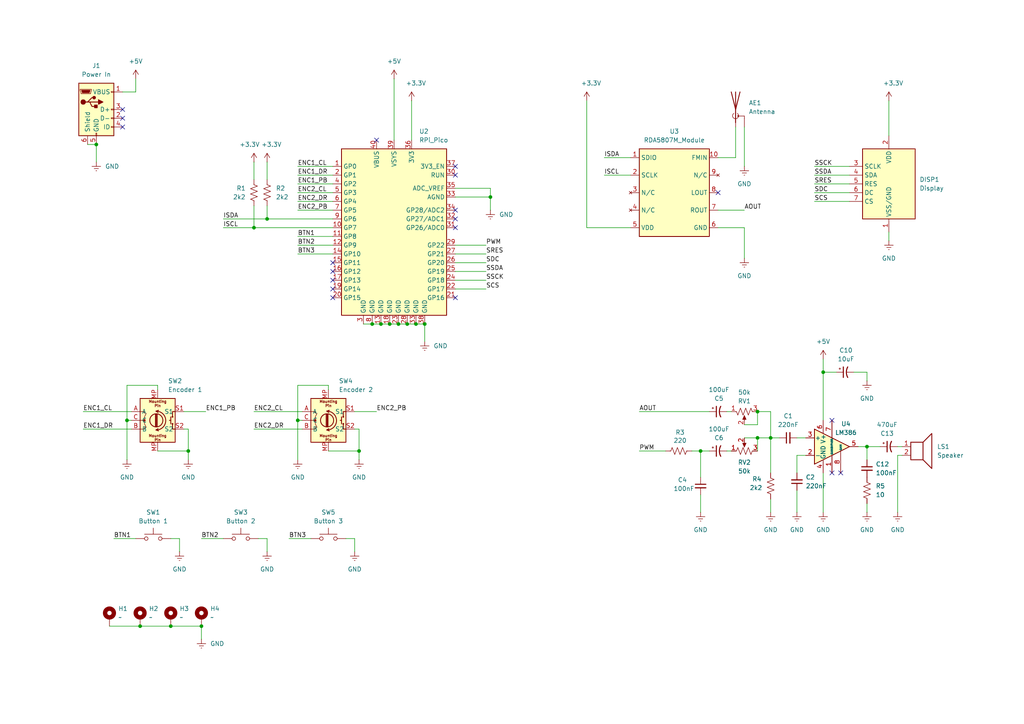
<source format=kicad_sch>
(kicad_sch (version 20231120) (generator "eeschema") (generator_version "8.0")
  (paper "A4")
  (lib_symbols
    (symbol "Amplifier_Audio:LM386" (pin_names (offset 0.127))
      (property "Reference" "U" (at 1.27 7.62 0))
      (property "Value" "LM386" (at 1.27 5.08 0))
      (symbol "LM386_0_1"
        (polyline (pts (xy 5.08 0) (xy -5.08 5.08) (xy -5.08 -5.08) (xy 5.08 0)) (stroke (width 0.254)) (fill (type background)))
      )
      (symbol "LM386_1_1"
        (pin input line (at 0 -7.62 90) (length 5.08) (name "GAIN") (number "1"))
        (pin input line (at -7.62 -2.54 0) (length 2.54) (name "-") (number "2"))
        (pin input line (at -7.62 2.54 0) (length 2.54) (name "+") (number "3"))
        (pin power_in line (at -2.54 -7.62 90) (length 3.81) (name "GND") (number "4"))
        (pin output line (at 7.62 0 180) (length 2.54) (name "~") (number "5"))
        (pin power_in line (at -2.54 7.62 270) (length 3.81) (name "V+") (number "6"))
        (pin input line (at 0 7.62 270) (length 5.08) (name "BYPASS") (number "7"))
        (pin input line (at 2.54 -7.62 90) (length 6.35) (name "GAIN") (number "8"))
      )
    )
    (symbol "Connector:USB_B_Micro" (pin_names (offset 1.016))
      (property "Reference" "J" (at -5.08 11.43 0))
      (property "Value" "USB_B_Micro" (at -5.08 8.89 0))
      (symbol "USB_B_Micro_0_1"
        (rectangle (start -5.08 -7.62) (end 5.08 7.62) (stroke (width 0.254)) (fill (type background)))
        (circle (center -3.81 2.159) (radius 0.635) (stroke (width 0.254)) (fill (type outline)))
        (circle (center -0.635 3.429) (radius 0.381) (stroke (width 0.254)) (fill (type outline)))
        (rectangle (start -0.127 -7.62) (end 0.127 -6.858))
        (polyline (pts (xy -1.905 2.159) (xy 0.635 2.159)) (stroke (width 0.254)))
        (polyline (pts (xy -3.175 2.159) (xy -2.54 2.159) (xy -1.27 3.429) (xy -0.635 3.429)) (stroke (width 0.254)))
        (polyline (pts (xy -2.54 2.159) (xy -1.905 2.159) (xy -1.27 0.889) (xy 0 0.889)) (stroke (width 0.254)))
        (polyline (pts (xy 0.635 2.794) (xy 0.635 1.524) (xy 1.905 2.159) (xy 0.635 2.794)) (stroke (width 0.254)) (fill (type outline)))
        (polyline (pts (xy -4.318 5.588) (xy -1.778 5.588) (xy -2.032 4.826) (xy -4.064 4.826) (xy -4.318 5.588)) (fill (type outline)))
        (polyline (pts (xy -4.699 5.842) (xy -4.699 5.588) (xy -4.445 4.826) (xy -4.445 4.572) (xy -1.651 4.572) (xy -1.651 4.826) (xy -1.397 5.588) (xy -1.397 5.842) (xy -4.699 5.842)))
        (rectangle (start 0.254 1.27) (end -0.508 0.508) (stroke (width 0.254)) (fill (type outline)))
        (rectangle (start 5.08 -5.207) (end 4.318 -4.953))
        (rectangle (start 5.08 -2.667) (end 4.318 -2.413))
        (rectangle (start 5.08 -0.127) (end 4.318 0.127))
        (rectangle (start 5.08 4.953) (end 4.318 5.207))
      )
      (symbol "USB_B_Micro_1_1"
        (pin power_out line (at 7.62 5.08 180) (length 2.54) (name "VBUS") (number "1"))
        (pin bidirectional line (at 7.62 -2.54 180) (length 2.54) (name "D-") (number "2"))
        (pin bidirectional line (at 7.62 0 180) (length 2.54) (name "D+") (number "3"))
        (pin passive line (at 7.62 -5.08 180) (length 2.54) (name "ID") (number "4"))
        (pin power_out line (at 0 -10.16 90) (length 2.54) (name "GND") (number "5"))
        (pin passive line (at -2.54 -10.16 90) (length 2.54) (name "Shield") (number "6"))
      )
    )
    (symbol "Device:Antenna_Shield" (pin_numbers hide) (pin_names (offset 1.016) hide)
      (property "Reference" "AE" (at -1.905 4.445 0))
      (property "Value" "Antenna_Shield" (at -1.905 2.54 0))
      (symbol "Antenna_Shield_0_1"
        (arc (start -0.508 -1.143) (mid -0.8429 -2.1194) (end 0 -2.667))
        (arc (start 0 -2.667) (mid 0.7989 -2.1052) (end 0.508 -1.143))
        (polyline (pts (xy 0 -2.54) (xy 0 0)))
        (polyline (pts (xy 0 5.08) (xy 0 -3.81)) (stroke (width 0.254)))
        (polyline (pts (xy 0.762 -1.905) (xy 2.54 -1.905)))
        (polyline (pts (xy 2.54 -2.54) (xy 2.54 -1.905)))
        (polyline (pts (xy 1.27 5.08) (xy 0 0) (xy -1.27 5.08)) (stroke (width 0.254)))
        (circle (center 0.762 -1.905) (radius 0.1778) (fill (type outline)))
      )
      (symbol "Antenna_Shield_1_1"
        (pin input line (at 0 -5.08 90) (length 2.54) (name "A") (number "1"))
        (pin input line (at 2.54 -5.08 90) (length 2.54) (name "Shield") (number "2"))
      )
    )
    (symbol "Device:C_Polarized_Small_US" (pin_numbers hide) (pin_names (offset 0.254) hide)
      (property "Reference" "C" (at 0.254 1.778 0))
      (property "Value" "C_Polarized_Small_US" (at 0.254 -2.032 0))
      (symbol "C_Polarized_Small_US_0_1"
        (polyline (pts (xy -1.524 0.508) (xy 1.524 0.508)) (stroke (width 0.3048)))
        (polyline (pts (xy -1.27 1.524) (xy -0.762 1.524)))
        (polyline (pts (xy -1.016 1.27) (xy -1.016 1.778)))
        (arc (start 1.524 -0.762) (mid 0 -0.3734) (end -1.524 -0.762) (stroke (width 0.3048)))
      )
      (symbol "C_Polarized_Small_US_1_1"
        (pin passive line (at 0 2.54 270) (length 2.032) (name "~") (number "1"))
        (pin passive line (at 0 -2.54 90) (length 2.032) (name "~") (number "2"))
      )
    )
    (symbol "Device:C_Small" (pin_numbers hide) (pin_names (offset 0.254) hide)
      (property "Reference" "C" (at 0.254 1.778 0))
      (property "Value" "C_Small" (at 0.254 -2.032 0))
      (symbol "C_Small_0_1"
        (polyline (pts (xy -1.524 -0.508) (xy 1.524 -0.508)) (stroke (width 0.3302)))
        (polyline (pts (xy -1.524 0.508) (xy 1.524 0.508)) (stroke (width 0.3048)))
      )
      (symbol "C_Small_1_1"
        (pin passive line (at 0 2.54 270) (length 2.032) (name "~") (number "1"))
        (pin passive line (at 0 -2.54 90) (length 2.032) (name "~") (number "2"))
      )
    )
    (symbol "Device:R_Potentiometer_US" (pin_names (offset 1.016) hide)
      (property "Reference" "RV" (at -4.445 0 90))
      (property "Value" "R_Potentiometer_US" (at -2.54 0 90))
      (symbol "R_Potentiometer_US_0_1"
        (polyline (pts (xy 0 -2.286) (xy 0 -2.54)))
        (polyline (pts (xy 0 2.54) (xy 0 2.286)))
        (polyline (pts (xy 2.54 0) (xy 1.524 0)))
        (polyline (pts (xy 1.143 0) (xy 2.286 0.508) (xy 2.286 -0.508) (xy 1.143 0)) (fill (type outline)))
        (polyline (pts (xy 0 -0.762) (xy 1.016 -1.143) (xy 0 -1.524) (xy -1.016 -1.905) (xy 0 -2.286)))
        (polyline (pts (xy 0 0.762) (xy 1.016 0.381) (xy 0 0) (xy -1.016 -0.381) (xy 0 -0.762)))
        (polyline (pts (xy 0 2.286) (xy 1.016 1.905) (xy 0 1.524) (xy -1.016 1.143) (xy 0 0.762)))
      )
      (symbol "R_Potentiometer_US_1_1"
        (pin passive line (at 0 3.81 270) (length 1.27) (name "1") (number "1"))
        (pin passive line (at 3.81 0 180) (length 1.27) (name "2") (number "2"))
        (pin passive line (at 0 -3.81 90) (length 1.27) (name "3") (number "3"))
      )
    )
    (symbol "Device:R_US" (pin_numbers hide) (pin_names (offset 0))
      (property "Reference" "R" (at 2.54 0 90))
      (property "Value" "R_US" (at -2.54 0 90))
      (symbol "R_US_0_1"
        (polyline (pts (xy 0 -2.286) (xy 0 -2.54)))
        (polyline (pts (xy 0 2.286) (xy 0 2.54)))
        (polyline (pts (xy 0 -0.762) (xy 1.016 -1.143) (xy 0 -1.524) (xy -1.016 -1.905) (xy 0 -2.286)))
        (polyline (pts (xy 0 0.762) (xy 1.016 0.381) (xy 0 0) (xy -1.016 -0.381) (xy 0 -0.762)))
        (polyline (pts (xy 0 2.286) (xy 1.016 1.905) (xy 0 1.524) (xy -1.016 1.143) (xy 0 0.762)))
      )
      (symbol "R_US_1_1"
        (pin passive line (at 0 3.81 270) (length 1.27) (name "~") (number "1"))
        (pin passive line (at 0 -3.81 90) (length 1.27) (name "~") (number "2"))
      )
    )
    (symbol "Device:Speaker" (pin_names (offset 0) hide)
      (property "Reference" "LS" (at 1.27 5.715 0))
      (property "Value" "Speaker" (at 1.27 3.81 0))
      (symbol "Speaker_0_0"
        (rectangle (start -2.54 1.27) (end 1.016 -3.81) (stroke (width 0.254)))
        (polyline (pts (xy 1.016 1.27) (xy 3.556 3.81) (xy 3.556 -6.35) (xy 1.016 -3.81)) (stroke (width 0.254)))
      )
      (symbol "Speaker_1_1"
        (pin input line (at -5.08 0 0) (length 2.54) (name "1") (number "1"))
        (pin input line (at -5.08 -2.54 0) (length 2.54) (name "2") (number "2"))
      )
    )
    (symbol "ECE:Bourns PEC11R"
      (property "Reference" "SW?" (at 7.62 7.62 0))
      (property "Value" "Bourns PEC11R" (at 7.62 5.08 0))
      (symbol "Bourns PEC11R_0_0"
        (text "Mounting\nPin" (at -4.8504 0.0079 900) (effects (font (size 0.762 0.762))))
        (text "Mounting\nPin" (at 5.08 0 900) (effects (font (size 0.762 0.762))))
      )
      (symbol "Bourns PEC11R_0_1"
        (rectangle (start -6.35 5.08) (end 6.35 -5.08) (stroke (width 0.254)) (fill (type background)))
        (circle (center -1.016 4.318) (radius 0.127) (stroke (width 0.254)))
        (circle (center 0 -3.81) (radius 0.254) (fill (type outline)))
        (circle (center 0 -0.381) (radius 1.905) (stroke (width 0.254)))
        (polyline (pts (xy -1.778 -0.127) (xy 1.778 -0.127)) (stroke (width 0.254)))
        (polyline (pts (xy -1.016 3.81) (xy 1.016 3.81)) (stroke (width 0.254)))
        (polyline (pts (xy 0 3.81) (xy 0 3.429)) (stroke (width 0.254)))
        (polyline (pts (xy 1.778 -0.635) (xy -1.778 -0.635)) (stroke (width 0.254)))
        (polyline (pts (xy 1.778 -0.381) (xy -1.778 -0.381)) (stroke (width 0.254)))
        (polyline (pts (xy -2.921 0.254) (xy -2.667 -0.508) (xy -2.286 0.127)) (stroke (width 0.254)))
        (polyline (pts (xy -2.54 -5.08) (xy -2.54 -3.81) (xy -2.032 -3.81)))
        (polyline (pts (xy -2.54 5.08) (xy -2.54 4.318) (xy -1.016 4.318)) (stroke (width 0.254)))
        (polyline (pts (xy 2.54 -5.08) (xy 2.54 -3.81) (xy 2.032 -3.81)))
        (polyline (pts (xy 2.54 5.08) (xy 2.54 4.318) (xy 1.016 4.318)) (stroke (width 0.254)))
        (polyline (pts (xy 3.048 0.254) (xy 2.794 -0.508) (xy 2.413 0.127)) (stroke (width 0.254)))
        (polyline (pts (xy 0 -5.08) (xy 0 -3.81) (xy 1.016 -3.81) (xy 2.032 -3.302)))
        (polyline (pts (xy 0 -4.318) (xy 0 -3.81) (xy -1.016 -3.81) (xy -2.032 -3.302)))
        (circle (center 1.016 4.318) (radius 0.127) (stroke (width 0.254)))
        (arc (start 2.794 -0.381) (mid 0.0635 2.3376) (end -2.667 -0.381) (stroke (width 0.254)))
      )
      (symbol "Bourns PEC11R_1_1"
        (pin passive line (at -2.54 -7.62 90) (length 2.54) (name "A") (number "A"))
        (pin passive line (at 2.54 -7.62 90) (length 2.54) (name "B") (number "B"))
        (pin passive line (at 0 -7.62 90) (length 2.54) (name "C") (number "C"))
        (pin passive line (at -8.89 0 0) (length 2.54) (name "") (number "MP"))
        (pin passive line (at 8.89 0 180) (length 2.54) (name "") (number "MP"))
        (pin passive line (at -2.54 7.62 270) (length 2.54) (name "S1") (number "S1"))
        (pin passive line (at 2.54 7.62 270) (length 2.54) (name "S2") (number "S2"))
      )
    )
    (symbol "ECE:OLED Display"
      (property "Reference" "DISP?" (at 8.89 -1.27 0))
      (property "Value" "OLED Display" (at 8.89 1.27 0))
      (symbol "OLED Display_1_1"
        (rectangle (start -7.62 10.16) (end 7.62 -10.16) (stroke (width 0.254)) (fill (type background)))
        (pin power_in line (at 0 -13.97 90) (length 3.81) (name "VSS/GND") (number "1"))
        (pin power_in line (at 0 13.97 270) (length 3.81) (name "VDD") (number "2"))
        (pin input line (at -11.43 5.08 0) (length 3.81) (name "SCLK") (number "3"))
        (pin output line (at -11.43 2.54 0) (length 3.81) (name "SDA") (number "4"))
        (pin input line (at -11.43 0 0) (length 3.81) (name "RES") (number "5"))
        (pin input line (at -11.43 -2.54 0) (length 3.81) (name "DC") (number "6"))
        (pin input line (at -11.43 -5.08 0) (length 3.81) (name "CS") (number "7"))
      )
    )
    (symbol "ECE:RDA5807M_Module"
      (property "Reference" "U" (at -8.89 16.51 0))
      (property "Value" "RDA5807M_Module" (at -8.89 13.97 0))
      (symbol "RDA5807M_Module_0_1"
        (rectangle (start -10.16 12.7) (end 10.16 -12.7) (stroke (width 0.254)) (fill (type background)))
      )
      (symbol "RDA5807M_Module_1_1"
        (pin bidirectional line (at -12.7 10.16 0) (length 2.54) (name "SDIO") (number "1"))
        (pin input line (at 12.7 10.16 180) (length 2.54) (name "FMIN") (number "10"))
        (pin input line (at -12.7 5.08 0) (length 2.54) (name "SCLK") (number "2"))
        (pin no_connect line (at -12.7 0 0) (length 2.54) (name "N/C") (number "3"))
        (pin no_connect line (at -12.7 -5.08 0) (length 2.54) (name "N/C") (number "4"))
        (pin power_in line (at -12.7 -10.16 0) (length 2.54) (name "VDD") (number "5"))
        (pin power_in line (at 12.7 -10.16 180) (length 2.54) (name "GND") (number "6"))
        (pin output line (at 12.7 -5.08 180) (length 2.54) (name "ROUT") (number "7"))
        (pin output line (at 12.7 0 180) (length 2.54) (name "LOUT") (number "8"))
        (pin no_connect line (at 12.7 5.08 180) (length 2.54) (name "N/C") (number "9"))
      )
    )
    (symbol "ECE:RPi_Pico_TH"
      (property "Reference" "U?" (at 0 1.27 0))
      (property "Value" "RPi_Pico_TH" (at 0 -1.27 0))
      (symbol "RPi_Pico_TH_0_1"
        (rectangle (start -15.24 24.13) (end 15.24 -24.13) (stroke (width 0.254)) (fill (type background)))
      )
      (symbol "RPi_Pico_TH_1_1"
        (pin bidirectional line (at -17.78 19.05 0) (length 2.54) (name "GP0") (number "1"))
        (pin bidirectional line (at -17.78 1.27 0) (length 2.54) (name "GP7") (number "10"))
        (pin bidirectional line (at -17.78 -1.27 0) (length 2.54) (name "GP8") (number "11"))
        (pin bidirectional line (at -17.78 -3.81 0) (length 2.54) (name "GP9") (number "12"))
        (pin power_in line (at -3.81 -26.67 90) (length 2.54) (name "GND") (number "13"))
        (pin bidirectional line (at -17.78 -6.35 0) (length 2.54) (name "GP10") (number "14"))
        (pin bidirectional line (at -17.78 -8.89 0) (length 2.54) (name "GP11") (number "15"))
        (pin bidirectional line (at -17.78 -11.43 0) (length 2.54) (name "GP12") (number "16"))
        (pin bidirectional line (at -17.78 -13.97 0) (length 2.54) (name "GP13") (number "17"))
        (pin power_in line (at -1.27 -26.67 90) (length 2.54) (name "GND") (number "18"))
        (pin bidirectional line (at -17.78 -16.51 0) (length 2.54) (name "GP14") (number "19"))
        (pin bidirectional line (at -17.78 16.51 0) (length 2.54) (name "GP1") (number "2"))
        (pin bidirectional line (at -17.78 -19.05 0) (length 2.54) (name "GP15") (number "20"))
        (pin bidirectional line (at 17.78 -19.05 180) (length 2.54) (name "GP16") (number "21"))
        (pin bidirectional line (at 17.78 -16.51 180) (length 2.54) (name "GP17") (number "22"))
        (pin power_in line (at 1.27 -26.67 90) (length 2.54) (name "GND") (number "23"))
        (pin bidirectional line (at 17.78 -13.97 180) (length 2.54) (name "GP18") (number "24"))
        (pin bidirectional line (at 17.78 -11.43 180) (length 2.54) (name "GP19") (number "25"))
        (pin bidirectional line (at 17.78 -8.89 180) (length 2.54) (name "GP20") (number "26"))
        (pin bidirectional line (at 17.78 -6.35 180) (length 2.54) (name "GP21") (number "27"))
        (pin power_in line (at 3.81 -26.67 90) (length 2.54) (name "GND") (number "28"))
        (pin bidirectional line (at 17.78 -3.81 180) (length 2.54) (name "GP22") (number "29"))
        (pin power_in line (at -8.89 -26.67 90) (length 2.54) (name "GND") (number "3"))
        (pin input line (at 17.78 16.51 180) (length 2.54) (name "RUN") (number "30"))
        (pin bidirectional line (at 17.78 1.27 180) (length 2.54) (name "GP26/ADC0") (number "31"))
        (pin bidirectional line (at 17.78 3.81 180) (length 2.54) (name "GP27/ADC1") (number "32"))
        (pin power_in line (at 17.78 10.16 180) (length 2.54) (name "AGND") (number "33"))
        (pin power_in line (at 6.35 -26.67 90) (length 2.54) (name "GND") (number "33"))
        (pin bidirectional line (at 17.78 6.35 180) (length 2.54) (name "GP28/ADC2") (number "34"))
        (pin power_in line (at 17.78 12.7 180) (length 2.54) (name "ADC_VREF") (number "35"))
        (pin power_out line (at 5.08 26.67 270) (length 2.54) (name "3V3") (number "36"))
        (pin input line (at 17.78 19.05 180) (length 2.54) (name "3V3_EN") (number "37"))
        (pin power_in line (at 8.89 -26.67 90) (length 2.54) (name "GND") (number "38"))
        (pin power_out line (at 0 26.67 270) (length 2.54) (name "VSYS") (number "39"))
        (pin bidirectional line (at -17.78 13.97 0) (length 2.54) (name "GP2") (number "4"))
        (pin power_in line (at -5.08 26.67 270) (length 2.54) (name "VBUS") (number "40"))
        (pin bidirectional line (at -17.78 11.43 0) (length 2.54) (name "GP3") (number "5"))
        (pin bidirectional line (at -17.78 8.89 0) (length 2.54) (name "GP4") (number "6"))
        (pin bidirectional line (at -17.78 6.35 0) (length 2.54) (name "GP5") (number "7"))
        (pin power_in line (at -6.35 -26.67 90) (length 2.54) (name "GND") (number "8"))
        (pin bidirectional line (at -17.78 3.81 0) (length 2.54) (name "GP6") (number "9"))
      )
    )
    (symbol "Mechanical:MountingHole_Pad" (pin_numbers hide) (pin_names (offset 1.016) hide) (exclude_from_sim yes) (in_bom no)
      (property "Reference" "H" (at 0 6.35 0))
      (property "Value" "MountingHole_Pad" (at 0 4.445 0))
      (symbol "MountingHole_Pad_0_1"
        (circle (center 0 1.27) (radius 1.27) (stroke (width 1.27)))
      )
      (symbol "MountingHole_Pad_1_1"
        (pin input line (at 0 -2.54 90) (length 2.54) (name "1") (number "1"))
      )
    )
    (symbol "Switch:SW_Push" (pin_numbers hide) (pin_names (offset 1.016) hide)
      (property "Reference" "SW" (at 1.27 2.54 0))
      (property "Value" "SW_Push" (at 0 -1.524 0))
      (symbol "SW_Push_0_1"
        (circle (center -2.032 0) (radius 0.508))
        (polyline (pts (xy 0 1.27) (xy 0 3.048)))
        (polyline (pts (xy 2.54 1.27) (xy -2.54 1.27)))
        (circle (center 2.032 0) (radius 0.508))
        (pin passive line (at -5.08 0 0) (length 2.54) (name "1") (number "1"))
        (pin passive line (at 5.08 0 180) (length 2.54) (name "2") (number "2"))
      )
    )
    (symbol "power:+3.3V" (power) (pin_numbers hide) (pin_names (offset 0) hide)
      (property "Value" "+3.3V" (at 0 3.556 0))
      (symbol "+3.3V_0_1"
        (polyline (pts (xy -0.762 1.27) (xy 0 2.54)))
        (polyline (pts (xy 0 0) (xy 0 2.54)))
        (polyline (pts (xy 0 2.54) (xy 0.762 1.27)))
      )
      (symbol "+3.3V_1_1"
        (pin power_in line (at 0 0 90) (length 0) (name "~") (number "1"))
      )
    )
    (symbol "power:+5V" (power) (pin_numbers hide) (pin_names (offset 0) hide)
      (property "Value" "+5V" (at 0 3.556 0))
      (symbol "+5V_0_1"
        (polyline (pts (xy -0.762 1.27) (xy 0 2.54)))
        (polyline (pts (xy 0 0) (xy 0 2.54)))
        (polyline (pts (xy 0 2.54) (xy 0.762 1.27)))
      )
      (symbol "+5V_1_1"
        (pin power_in line (at 0 0 90) (length 0) (name "~") (number "1"))
      )
    )
    (symbol "power:Earth" (power) (pin_numbers hide) (pin_names (offset 0) hide)
      (property "Value" "Earth" (at 0 -3.81 0))
      (symbol "Earth_0_1"
        (polyline (pts (xy -0.635 -1.905) (xy 0.635 -1.905)))
        (polyline (pts (xy -0.127 -2.54) (xy 0.127 -2.54)))
        (polyline (pts (xy 0 -1.27) (xy 0 0)))
        (polyline (pts (xy 1.27 -1.27) (xy -1.27 -1.27)))
      )
      (symbol "Earth_1_1"
        (pin power_in line (at 0 0 270) (length 0) (name "~") (number "1"))
      )
    )
  )
  (junction (at 54.61 130.81))
  (junction (at 86.36 121.92))
  (junction (at 36.83 121.92))
  (junction (at 49.53 181.61))
  (junction (at 113.03 93.98))
  (junction (at 123.19 93.98))
  (junction (at 107.95 93.98))
  (junction (at 73.66 66.04))
  (junction (at 27.94 41.91))
  (junction (at 142.24 57.15))
  (junction (at 115.57 93.98))
  (junction (at 223.52 127))
  (junction (at 251.46 129.54))
  (junction (at 203.2 130.81))
  (junction (at 118.11 93.98))
  (junction (at 219.71 127))
  (junction (at 104.14 130.81))
  (junction (at 110.49 93.98))
  (junction (at 219.71 119.38))
  (junction (at 77.47 63.5))
  (junction (at 58.42 181.61))
  (junction (at 238.76 107.95))
  (junction (at 120.65 93.98))
  (junction (at 40.64 181.61))
  (no_connect (at 132.08 86.36))
  (no_connect (at 241.3 121.92))
  (no_connect (at 96.52 86.36))
  (no_connect (at 96.52 81.28))
  (no_connect (at 243.84 137.16))
  (no_connect (at 96.52 83.82))
  (no_connect (at 35.56 34.29))
  (no_connect (at 132.08 60.96))
  (no_connect (at 208.28 55.88))
  (no_connect (at 35.56 31.75))
  (no_connect (at 109.22 40.64))
  (no_connect (at 96.52 76.2))
  (no_connect (at 96.52 78.74))
  (no_connect (at 241.3 137.16))
  (no_connect (at 132.08 50.8))
  (no_connect (at 132.08 63.5))
  (no_connect (at 35.56 36.83))
  (no_connect (at 132.08 48.26))
  (no_connect (at 132.08 66.04))
  (wire (pts (xy 142.24 57.15) (xy 142.24 60.96)))
  (wire (pts (xy 203.2 130.81) (xy 203.2 138.43)))
  (wire (pts (xy 86.36 121.92) (xy 87.63 121.92)))
  (wire (pts (xy 86.36 133.35) (xy 86.36 121.92)))
  (wire (pts (xy 231.14 127) (xy 233.68 127)))
  (wire (pts (xy 36.83 133.35) (xy 36.83 121.92)))
  (wire (pts (xy 104.14 130.81) (xy 95.25 130.81)))
  (wire (pts (xy 233.68 132.08) (xy 231.14 132.08)))
  (wire (pts (xy 251.46 107.95) (xy 251.46 110.49)))
  (wire (pts (xy 119.38 29.21) (xy 119.38 40.64)))
  (wire (pts (xy 31.75 181.61) (xy 40.64 181.61)))
  (wire (pts (xy 208.28 60.96) (xy 215.9 60.96)))
  (wire (pts (xy 260.35 132.08) (xy 261.62 132.08)))
  (wire (pts (xy 53.34 124.46) (xy 54.61 124.46)))
  (wire (pts (xy 175.26 50.8) (xy 182.88 50.8)))
  (wire (pts (xy 236.22 53.34) (xy 246.38 53.34)))
  (wire (pts (xy 39.37 22.86) (xy 39.37 26.67)))
  (wire (pts (xy 247.65 107.95) (xy 251.46 107.95)))
  (wire (pts (xy 25.4 41.91) (xy 27.94 41.91)))
  (wire (pts (xy 257.81 29.21) (xy 257.81 39.37)))
  (wire (pts (xy 231.14 142.24) (xy 231.14 148.59)))
  (wire (pts (xy 24.13 119.38) (xy 38.1 119.38)))
  (wire (pts (xy 95.25 111.76) (xy 95.25 113.03)))
  (wire (pts (xy 203.2 130.81) (xy 205.74 130.81)))
  (wire (pts (xy 36.83 121.92) (xy 36.83 111.76)))
  (wire (pts (xy 86.36 73.66) (xy 96.52 73.66)))
  (wire (pts (xy 102.87 119.38) (xy 109.22 119.38)))
  (wire (pts (xy 114.3 22.86) (xy 114.3 40.64)))
  (wire (pts (xy 208.28 66.04) (xy 215.9 66.04)))
  (wire (pts (xy 102.87 156.21) (xy 102.87 160.02)))
  (wire (pts (xy 185.42 119.38) (xy 205.74 119.38)))
  (wire (pts (xy 203.2 143.51) (xy 203.2 148.59)))
  (wire (pts (xy 45.72 111.76) (xy 45.72 113.03)))
  (wire (pts (xy 52.07 156.21) (xy 52.07 160.02)))
  (wire (pts (xy 208.28 45.72) (xy 213.36 45.72)))
  (wire (pts (xy 86.36 71.12) (xy 96.52 71.12)))
  (wire (pts (xy 238.76 137.16) (xy 238.76 148.59)))
  (wire (pts (xy 231.14 132.08) (xy 231.14 137.16)))
  (wire (pts (xy 236.22 50.8) (xy 246.38 50.8)))
  (wire (pts (xy 170.18 66.04) (xy 182.88 66.04)))
  (wire (pts (xy 170.18 29.21) (xy 170.18 66.04)))
  (wire (pts (xy 86.36 55.88) (xy 96.52 55.88)))
  (wire (pts (xy 223.52 127) (xy 223.52 137.16)))
  (wire (pts (xy 102.87 124.46) (xy 104.14 124.46)))
  (wire (pts (xy 86.36 111.76) (xy 95.25 111.76)))
  (wire (pts (xy 24.13 124.46) (xy 38.1 124.46)))
  (wire (pts (xy 123.19 93.98) (xy 123.19 99.06)))
  (wire (pts (xy 132.08 57.15) (xy 142.24 57.15)))
  (wire (pts (xy 74.93 156.21) (xy 77.47 156.21)))
  (wire (pts (xy 132.08 76.2) (xy 140.97 76.2)))
  (wire (pts (xy 58.42 156.21) (xy 64.77 156.21)))
  (wire (pts (xy 236.22 55.88) (xy 246.38 55.88)))
  (wire (pts (xy 77.47 63.5) (xy 64.77 63.5)))
  (wire (pts (xy 219.71 127) (xy 223.52 127)))
  (wire (pts (xy 223.52 144.78) (xy 223.52 148.59)))
  (wire (pts (xy 49.53 181.61) (xy 58.42 181.61)))
  (wire (pts (xy 132.08 81.28) (xy 140.97 81.28)))
  (wire (pts (xy 54.61 124.46) (xy 54.61 130.81)))
  (wire (pts (xy 238.76 107.95) (xy 242.57 107.95)))
  (wire (pts (xy 53.34 119.38) (xy 59.69 119.38)))
  (wire (pts (xy 83.82 156.21) (xy 90.17 156.21)))
  (wire (pts (xy 86.36 58.42) (xy 96.52 58.42)))
  (wire (pts (xy 73.66 46.99) (xy 73.66 52.07)))
  (wire (pts (xy 175.26 45.72) (xy 182.88 45.72)))
  (wire (pts (xy 115.57 93.98) (xy 113.03 93.98)))
  (wire (pts (xy 49.53 156.21) (xy 52.07 156.21)))
  (wire (pts (xy 58.42 181.61) (xy 58.42 185.42)))
  (wire (pts (xy 120.65 93.98) (xy 123.19 93.98)))
  (wire (pts (xy 115.57 93.98) (xy 118.11 93.98)))
  (wire (pts (xy 185.42 130.81) (xy 193.04 130.81)))
  (wire (pts (xy 219.71 119.38) (xy 223.52 119.38)))
  (wire (pts (xy 223.52 119.38) (xy 223.52 127)))
  (wire (pts (xy 54.61 130.81) (xy 45.72 130.81)))
  (wire (pts (xy 238.76 107.95) (xy 238.76 121.92)))
  (wire (pts (xy 236.22 58.42) (xy 246.38 58.42)))
  (wire (pts (xy 86.36 68.58) (xy 96.52 68.58)))
  (wire (pts (xy 200.66 130.81) (xy 203.2 130.81)))
  (wire (pts (xy 107.95 93.98) (xy 110.49 93.98)))
  (wire (pts (xy 219.71 123.19) (xy 219.71 119.38)))
  (wire (pts (xy 36.83 121.92) (xy 38.1 121.92)))
  (wire (pts (xy 77.47 156.21) (xy 77.47 160.02)))
  (wire (pts (xy 73.66 66.04) (xy 96.52 66.04)))
  (wire (pts (xy 213.36 45.72) (xy 213.36 36.83)))
  (wire (pts (xy 142.24 57.15) (xy 142.24 54.61)))
  (wire (pts (xy 73.66 59.69) (xy 73.66 66.04)))
  (wire (pts (xy 238.76 104.14) (xy 238.76 107.95)))
  (wire (pts (xy 210.82 119.38) (xy 212.09 119.38)))
  (wire (pts (xy 132.08 54.61) (xy 142.24 54.61)))
  (wire (pts (xy 77.47 46.99) (xy 77.47 52.07)))
  (wire (pts (xy 132.08 83.82) (xy 140.97 83.82)))
  (wire (pts (xy 215.9 66.04) (xy 215.9 74.93)))
  (wire (pts (xy 251.46 129.54) (xy 255.27 129.54)))
  (wire (pts (xy 251.46 146.05) (xy 251.46 148.59)))
  (wire (pts (xy 86.36 121.92) (xy 86.36 111.76)))
  (wire (pts (xy 100.33 156.21) (xy 102.87 156.21)))
  (wire (pts (xy 215.9 36.83) (xy 215.9 48.26)))
  (wire (pts (xy 132.08 73.66) (xy 140.97 73.66)))
  (wire (pts (xy 104.14 124.46) (xy 104.14 130.81)))
  (wire (pts (xy 73.66 119.38) (xy 87.63 119.38)))
  (wire (pts (xy 33.02 156.21) (xy 39.37 156.21)))
  (wire (pts (xy 77.47 59.69) (xy 77.47 63.5)))
  (wire (pts (xy 260.35 148.59) (xy 260.35 132.08)))
  (wire (pts (xy 248.92 129.54) (xy 251.46 129.54)))
  (wire (pts (xy 86.36 60.96) (xy 96.52 60.96)))
  (wire (pts (xy 27.94 41.91) (xy 27.94 46.99)))
  (wire (pts (xy 118.11 93.98) (xy 120.65 93.98)))
  (wire (pts (xy 86.36 53.34) (xy 96.52 53.34)))
  (wire (pts (xy 132.08 78.74) (xy 140.97 78.74)))
  (wire (pts (xy 40.64 181.61) (xy 49.53 181.61)))
  (wire (pts (xy 219.71 127) (xy 219.71 130.81)))
  (wire (pts (xy 73.66 66.04) (xy 64.77 66.04)))
  (wire (pts (xy 210.82 130.81) (xy 212.09 130.81)))
  (wire (pts (xy 35.56 26.67) (xy 39.37 26.67)))
  (wire (pts (xy 257.81 67.31) (xy 257.81 69.85)))
  (wire (pts (xy 236.22 48.26) (xy 246.38 48.26)))
  (wire (pts (xy 215.9 127) (xy 219.71 127)))
  (wire (pts (xy 73.66 124.46) (xy 87.63 124.46)))
  (wire (pts (xy 86.36 50.8) (xy 96.52 50.8)))
  (wire (pts (xy 104.14 130.81) (xy 104.14 133.35)))
  (wire (pts (xy 54.61 130.81) (xy 54.61 133.35)))
  (wire (pts (xy 251.46 129.54) (xy 251.46 133.35)))
  (wire (pts (xy 105.41 93.98) (xy 107.95 93.98)))
  (wire (pts (xy 260.35 129.54) (xy 261.62 129.54)))
  (wire (pts (xy 86.36 48.26) (xy 96.52 48.26)))
  (wire (pts (xy 77.47 63.5) (xy 96.52 63.5)))
  (wire (pts (xy 36.83 111.76) (xy 45.72 111.76)))
  (wire (pts (xy 110.49 93.98) (xy 113.03 93.98)))
  (wire (pts (xy 223.52 127) (xy 226.06 127)))
  (wire (pts (xy 215.9 123.19) (xy 219.71 123.19)))
  (wire (pts (xy 132.08 71.12) (xy 140.97 71.12)))
  (label "ENC1_PB" (at 59.69 119.38 0))
  (label "ENC1_PB" (at 86.36 53.34 0))
  (label "PWM" (at 185.42 130.81 0))
  (label "ENC2_PB" (at 86.36 60.96 0))
  (label "SSCK" (at 140.97 81.28 0))
  (label "SCS" (at 140.97 83.82 0))
  (label "ENC1_DR" (at 86.36 50.8 0))
  (label "ENC1_CL" (at 86.36 48.26 0))
  (label "ENC1_DR" (at 24.13 124.46 0))
  (label "ISCL" (at 64.77 66.04 0))
  (label "BTN1" (at 86.36 68.58 0))
  (label "ENC1_CL" (at 24.13 119.38 0))
  (label "SDC" (at 236.22 55.88 0))
  (label "BTN2" (at 86.36 71.12 0))
  (label "ENC2_DR" (at 73.66 124.46 0))
  (label "AOUT" (at 215.9 60.96 0))
  (label "ENC2_CL" (at 73.66 119.38 0))
  (label "SRES" (at 140.97 73.66 0))
  (label "BTN1" (at 33.02 156.21 0))
  (label "ENC2_PB" (at 109.22 119.38 0))
  (label "SDC" (at 140.97 76.2 0))
  (label "ISDA" (at 175.26 45.72 0))
  (label "ISDA" (at 64.77 63.5 0))
  (label "BTN3" (at 83.82 156.21 0))
  (label "SSCK" (at 236.22 48.26 0))
  (label "ENC2_CL" (at 86.36 55.88 0))
  (label "ISCL" (at 175.26 50.8 0))
  (label "ENC2_DR" (at 86.36 58.42 0))
  (label "BTN3" (at 86.36 73.66 0))
  (label "SCS" (at 236.22 58.42 0))
  (label "AOUT" (at 185.42 119.38 0))
  (label "SSDA" (at 140.97 78.74 0))
  (label "SRES" (at 236.22 53.34 0))
  (label "BTN2" (at 58.42 156.21 0))
  (label "PWM" (at 140.97 71.12 0))
  (label "SSDA" (at 236.22 50.8 0))
  (symbol (lib_id "power:Earth") (at 215.9 48.26 0) (unit 1)
    (property "Reference" "#PWR023" (effects (hide yes)))
    (property "Value" "GND" (at 215.9 53.34 0))
    (property "Description" "Power symbol creates a global label with name \"Earth\"" (effects (hide yes)))
  )
  (symbol (lib_id "Device:C_Small") (at 228.6 127 90) (unit 1)
    (property "Reference" "C1" (at 228.6063 120.65 90))
    (property "Value" "220nF" (at 228.6063 123.19 90))
    (property "Footprint" "Capacitor_THT:CP_Radial_D5.0mm_P2.00mm" (effects (hide yes)))
    (property "Description" "Unpolarized capacitor, small symbol" (effects (hide yes)))
  )
  (symbol (lib_id "power:Earth") (at 215.9 74.93 0) (unit 1)
    (property "Reference" "#PWR024" (effects (hide yes)))
    (property "Value" "GND" (at 215.9 80.01 0))
    (property "Description" "Power symbol creates a global label with name \"Earth\"" (effects (hide yes)))
  )
  (symbol (lib_id "ECE:OLED Display") (at 257.81 53.34 0) (unit 1)
    (property "Reference" "DISP1" (at 266.7 52.0699 0) (effects (justify left)))
    (property "Value" "Display" (at 266.7 54.6099 0) (effects (justify left)))
    (property "Footprint" "TerminalBlock_Phoenix:TerminalBlock_Phoenix_MKDS-1,5-7_1x07_P5.00mm_Horizontal" (effects (hide yes)))
  )
  (symbol (lib_id "Device:R_US") (at 251.46 142.24 0) (unit 1)
    (property "Reference" "R5" (at 254 140.9699 0) (effects (justify left)))
    (property "Value" "10" (at 254 143.5099 0) (effects (justify left)))
    (property "Footprint" "Resistor_THT:R_Axial_DIN0207_L6.3mm_D2.5mm_P10.16mm_Horizontal" (effects (hide yes)))
    (property "Description" "Resistor, US symbol" (effects (hide yes)))
  )
  (symbol (lib_id "power:Earth") (at 86.36 133.35 0) (unit 1)
    (property "Reference" "#PWR011" (effects (hide yes)))
    (property "Value" "GND" (at 86.36 138.43 0))
    (property "Description" "Power symbol creates a global label with name \"Earth\"" (effects (hide yes)))
  )
  (symbol (lib_id "Device:C_Polarized_Small_US") (at 208.28 119.38 90) (mirror x) (unit 1)
    (property "Reference" "C5" (at 208.534 115.57 90))
    (property "Value" "100uF" (at 208.534 113.03 90))
    (property "Footprint" "Capacitor_THT:CP_Radial_D5.0mm_P2.00mm" (effects (hide yes)))
    (property "Description" "Polarized capacitor, small US symbol" (effects (hide yes)))
  )
  (symbol (lib_id "Device:R_US") (at 223.52 140.97 0) (unit 1)
    (property "Reference" "R4" (at 218.186 138.938 0) (effects (justify left)))
    (property "Value" "2k2" (at 217.424 141.478 0) (effects (justify left)))
    (property "Footprint" "Resistor_THT:R_Axial_DIN0207_L6.3mm_D2.5mm_P10.16mm_Horizontal" (effects (hide yes)))
    (property "Description" "Resistor, US symbol" (effects (hide yes)))
  )
  (symbol (lib_id "Device:R_Potentiometer_US") (at 215.9 130.81 90) (unit 1)
    (property "Reference" "RV2" (at 215.9 134.112 90))
    (property "Value" "50k" (at 215.9 136.652 90))
    (property "Footprint" "ECE:Bourns_PTV09_Horiz" (effects (hide yes)))
    (property "Description" "Potentiometer, US symbol" (effects (hide yes)))
  )
  (symbol (lib_id "Switch:SW_Push") (at 95.25 156.21 0) (unit 1)
    (property "Reference" "SW5" (at 95.25 148.59 0))
    (property "Value" "Button 3" (at 95.25 151.13 0))
    (property "Footprint" "TerminalBlock_Phoenix:TerminalBlock_Phoenix_MKDS-1,5-2_1x02_P5.00mm_Horizontal" (effects (hide yes)))
    (property "Description" "Push button switch, generic, two pins" (effects (hide yes)))
  )
  (symbol (lib_id "Device:R_US") (at 196.85 130.81 270) (unit 1)
    (property "Reference" "R3" (at 195.8975 125.4125 90) (effects (justify left)))
    (property "Value" "220" (at 195.326 127.762 90) (effects (justify left)))
    (property "Footprint" "Resistor_THT:R_Axial_DIN0207_L6.3mm_D2.5mm_P10.16mm_Horizontal" (effects (hide yes)))
    (property "Description" "Resistor, US symbol" (effects (hide yes)))
  )
  (symbol (lib_id "Mechanical:MountingHole_Pad") (at 58.42 179.07 0) (unit 1) (exclude_from_sim yes) (in_bom no)
    (property "Reference" "H4" (at 60.96 176.5299 0) (effects (justify left)))
    (property "Value" "~" (at 60.96 179.0699 0) (effects (justify left)))
    (property "Footprint" "MountingHole:MountingHole_3.2mm_M3_Pad" (effects (hide yes)))
    (property "Description" "Mounting Hole with connection" (effects (hide yes)))
  )
  (symbol (lib_id "power:+3.3V") (at 257.81 29.21 0) (unit 1)
    (property "Reference" "#PWR032" (effects (hide yes)))
    (property "Value" "+3.3V" (at 259.08 24.13 0))
    (property "Description" "Power symbol creates a global label with name \"+3.3V\"" (effects (hide yes)))
  )
  (symbol (lib_id "Device:Antenna_Shield") (at 213.36 31.75 0) (unit 1)
    (property "Reference" "AE1" (at 217.17 29.8449 0) (effects (justify left)))
    (property "Value" "Antenna" (at 217.17 32.3849 0) (effects (justify left)))
    (property "Footprint" "TerminalBlock_Phoenix:TerminalBlock_Phoenix_MKDS-1,5-2_1x02_P5.00mm_Horizontal" (effects (hide yes)))
    (property "Description" "Antenna with extra pin for shielding" (effects (hide yes)))
  )
  (symbol (lib_id "Mechanical:MountingHole_Pad") (at 31.75 179.07 0) (unit 1) (exclude_from_sim yes) (in_bom no)
    (property "Reference" "H1" (at 34.29 176.5299 0) (effects (justify left)))
    (property "Value" "~" (at 34.29 179.0699 0) (effects (justify left)))
    (property "Footprint" "MountingHole:MountingHole_3.2mm_M3_Pad" (effects (hide yes)))
    (property "Description" "Mounting Hole with connection" (effects (hide yes)))
  )
  (symbol (lib_id "power:Earth") (at 27.94 46.99 0) (unit 1)
    (property "Reference" "#PWR01" (effects (hide yes)))
    (property "Value" "GND" (at 30.48 48.2599 0) (effects (justify left)))
    (property "Description" "Power symbol creates a global label with name \"Earth\"" (effects (hide yes)))
  )
  (symbol (lib_id "power:Earth") (at 231.14 148.59 0) (unit 1)
    (property "Reference" "#PWR026" (effects (hide yes)))
    (property "Value" "GND" (at 231.14 153.67 0))
    (property "Description" "Power symbol creates a global label with name \"Earth\"" (effects (hide yes)))
  )
  (symbol (lib_id "power:Earth") (at 77.47 160.02 0) (unit 1)
    (property "Reference" "#PWR010" (effects (hide yes)))
    (property "Value" "GND" (at 77.47 165.1 0))
    (property "Description" "Power symbol creates a global label with name \"Earth\"" (effects (hide yes)))
  )
  (symbol (lib_id "Switch:SW_Push") (at 69.85 156.21 0) (unit 1)
    (property "Reference" "SW3" (at 69.85 148.59 0))
    (property "Value" "Button 2" (at 69.85 151.13 0))
    (property "Footprint" "TerminalBlock_Phoenix:TerminalBlock_Phoenix_MKDS-1,5-2_1x02_P5.00mm_Horizontal" (effects (hide yes)))
    (property "Description" "Push button switch, generic, two pins" (effects (hide yes)))
  )
  (symbol (lib_id "power:Earth") (at 257.81 69.85 0) (unit 1)
    (property "Reference" "#PWR033" (effects (hide yes)))
    (property "Value" "GND" (at 257.81 74.93 0))
    (property "Description" "Power symbol creates a global label with name \"Earth\"" (effects (hide yes)))
  )
  (symbol (lib_id "power:Earth") (at 102.87 160.02 0) (unit 1)
    (property "Reference" "#PWR012" (effects (hide yes)))
    (property "Value" "GND" (at 102.87 165.1 0))
    (property "Description" "Power symbol creates a global label with name \"Earth\"" (effects (hide yes)))
  )
  (symbol (lib_id "Mechanical:MountingHole_Pad") (at 49.53 179.07 0) (unit 1) (exclude_from_sim yes) (in_bom no)
    (property "Reference" "H3" (at 52.07 176.5299 0) (effects (justify left)))
    (property "Value" "~" (at 52.07 179.0699 0) (effects (justify left)))
    (property "Footprint" "MountingHole:MountingHole_3.2mm_M3_Pad" (effects (hide yes)))
    (property "Description" "Mounting Hole with connection" (effects (hide yes)))
  )
  (symbol (lib_id "Device:C_Small") (at 251.46 135.89 0) (unit 1)
    (property "Reference" "C12" (at 254 134.6262 0) (effects (justify left)))
    (property "Value" "100nF" (at 254 137.1662 0) (effects (justify left)))
    (property "Footprint" "Capacitor_THT:CP_Radial_D5.0mm_P2.00mm" (effects (hide yes)))
    (property "Description" "Unpolarized capacitor, small symbol" (effects (hide yes)))
  )
  (symbol (lib_id "Device:C_Polarized_Small_US") (at 245.11 107.95 90) (mirror x) (unit 1)
    (property "Reference" "C10" (at 245.364 101.6 90))
    (property "Value" "10uF" (at 245.364 104.14 90))
    (property "Footprint" "Capacitor_THT:CP_Radial_D5.0mm_P2.00mm" (effects (hide yes)))
    (property "Description" "Polarized capacitor, small US symbol" (effects (hide yes)))
  )
  (symbol (lib_id "power:Earth") (at 251.46 148.59 0) (unit 1)
    (property "Reference" "#PWR031" (effects (hide yes)))
    (property "Value" "GND" (at 251.46 153.67 0))
    (property "Description" "Power symbol creates a global label with name \"Earth\"" (effects (hide yes)))
  )
  (symbol (lib_id "Mechanical:MountingHole_Pad") (at 40.64 179.07 0) (unit 1) (exclude_from_sim yes) (in_bom no)
    (property "Reference" "H2" (at 43.18 176.5299 0) (effects (justify left)))
    (property "Value" "~" (at 43.18 179.0699 0) (effects (justify left)))
    (property "Footprint" "MountingHole:MountingHole_3.2mm_M3_Pad" (effects (hide yes)))
    (property "Description" "Mounting Hole with connection" (effects (hide yes)))
  )
  (symbol (lib_id "Amplifier_Audio:LM386") (at 241.3 129.54 0) (unit 1)
    (property "Reference" "U4" (at 245.364 122.936 0))
    (property "Value" "LM386" (at 245.364 125.476 0))
    (property "Footprint" "Package_DIP:DIP-8_W7.62mm_Socket" (effects (hide yes)))
    (property "Datasheet" "http://www.ti.com/lit/ds/symlink/lm386.pdf" (effects (hide yes)))
    (property "Description" "Low Voltage Audio Power Amplifier, DIP-8/SOIC-8/SSOP-8" (effects (hide yes)))
  )
  (symbol (lib_id "Device:R_Potentiometer_US") (at 215.9 119.38 90) (mirror x) (unit 1)
    (property "Reference" "RV1" (at 215.9 116.332 90))
    (property "Value" "50k" (at 215.9 113.792 90))
    (property "Footprint" "ECE:Bourns_PTV09_Horiz" (effects (hide yes)))
    (property "Description" "Potentiometer, US symbol" (effects (hide yes)))
  )
  (symbol (lib_id "ECE:Bourns PEC11R") (at 45.72 121.92 270) (unit 1)
    (property "Reference" "SW2" (at 48.7365 110.49 90) (effects (justify left)))
    (property "Value" "Encoder 1" (at 48.7365 113.03 90) (effects (justify left)))
    (property "Footprint" "TerminalBlock_Phoenix:TerminalBlock_Phoenix_MKDS-1,5-4_1x04_P5.00mm_Horizontal" (effects (hide yes)))
  )
  (symbol (lib_id "power:+5V") (at 39.37 22.86 0) (unit 1)
    (property "Reference" "#PWR03" (effects (hide yes)))
    (property "Value" "+5V" (at 39.37 17.78 0))
    (property "Description" "Power symbol creates a global label with name \"+5V\"" (effects (hide yes)))
  )
  (symbol (lib_id "power:+3.3V") (at 73.66 46.99 0) (unit 1)
    (property "Reference" "#PWR08" (effects (hide yes)))
    (property "Value" "+3.3V" (at 72.39 41.91 0))
    (property "Description" "Power symbol creates a global label with name \"+3.3V\"" (effects (hide yes)))
  )
  (symbol (lib_id "power:+3.3V") (at 170.18 29.21 0) (unit 1)
    (property "Reference" "#PWR019" (effects (hide yes)))
    (property "Value" "+3.3V" (at 171.45 24.13 0))
    (property "Description" "Power symbol creates a global label with name \"+3.3V\"" (effects (hide yes)))
  )
  (symbol (lib_id "power:Earth") (at 223.52 148.59 0) (unit 1)
    (property "Reference" "#PWR022" (effects (hide yes)))
    (property "Value" "GND" (at 223.52 153.67 0))
    (property "Description" "Power symbol creates a global label with name \"Earth\"" (effects (hide yes)))
  )
  (symbol (lib_id "Device:C_Small") (at 231.14 139.7 180) (unit 1)
    (property "Reference" "C2" (at 233.68 138.4235 0) (effects (justify right)))
    (property "Value" "220nF" (at 233.68 140.9635 0) (effects (justify right)))
    (property "Footprint" "Capacitor_THT:CP_Radial_D5.0mm_P2.00mm" (effects (hide yes)))
    (property "Description" "Unpolarized capacitor, small symbol" (effects (hide yes)))
  )
  (symbol (lib_id "power:+5V") (at 238.76 104.14 0) (unit 1)
    (property "Reference" "#PWR027" (effects (hide yes)))
    (property "Value" "+5V" (at 238.76 99.06 0))
    (property "Description" "Power symbol creates a global label with name \"+5V\"" (effects (hide yes)))
  )
  (symbol (lib_id "power:Earth") (at 54.61 133.35 0) (unit 1)
    (property "Reference" "#PWR05" (effects (hide yes)))
    (property "Value" "GND" (at 54.61 138.43 0))
    (property "Description" "Power symbol creates a global label with name \"Earth\"" (effects (hide yes)))
  )
  (symbol (lib_id "power:Earth") (at 104.14 133.35 0) (unit 1)
    (property "Reference" "#PWR013" (effects (hide yes)))
    (property "Value" "GND" (at 104.14 138.43 0))
    (property "Description" "Power symbol creates a global label with name \"Earth\"" (effects (hide yes)))
  )
  (symbol (lib_id "Device:R_US") (at 73.66 55.88 0) (unit 1)
    (property "Reference" "R1" (at 68.58 54.61 0) (effects (justify left)))
    (property "Value" "2k2" (at 67.564 57.15 0) (effects (justify left)))
    (property "Footprint" "Resistor_THT:R_Axial_DIN0207_L6.3mm_D2.5mm_P10.16mm_Horizontal" (effects (hide yes)))
    (property "Description" "Resistor, US symbol" (effects (hide yes)))
  )
  (symbol (lib_id "power:+5V") (at 114.3 22.86 0) (unit 1)
    (property "Reference" "#PWR014" (effects (hide yes)))
    (property "Value" "+5V" (at 114.3 17.78 0))
    (property "Description" "Power symbol creates a global label with name \"+5V\"" (effects (hide yes)))
  )
  (symbol (lib_id "ECE:RPi_Pico_TH") (at 114.3 67.31 0) (unit 1)
    (property "Reference" "U2" (at 121.5741 38.1 0) (effects (justify left)))
    (property "Value" "RPi_Pico" (at 121.5741 40.64 0) (effects (justify left)))
    (property "Footprint" "ECE:RPi_Pico_TH" (effects (hide yes)))
    (property "Description" "Raspberry Pi Pico" (effects (hide yes)))
  )
  (symbol (lib_id "power:+3.3V") (at 77.47 46.99 0) (unit 1)
    (property "Reference" "#PWR09" (effects (hide yes)))
    (property "Value" "+3.3V" (at 78.74 41.91 0))
    (property "Description" "Power symbol creates a global label with name \"+3.3V\"" (effects (hide yes)))
  )
  (symbol (lib_id "ECE:Bourns PEC11R") (at 95.25 121.92 270) (unit 1)
    (property "Reference" "SW4" (at 98.2665 110.49 90) (effects (justify left)))
    (property "Value" "Encoder 2" (at 98.2665 113.03 90) (effects (justify left)))
    (property "Footprint" "TerminalBlock_Phoenix:TerminalBlock_Phoenix_MKDS-1,5-4_1x04_P5.00mm_Horizontal" (effects (hide yes)))
  )
  (symbol (lib_id "power:Earth") (at 251.46 110.49 0) (mirror y) (unit 1)
    (property "Reference" "#PWR029" (effects (hide yes)))
    (property "Value" "GND" (at 251.46 115.57 0))
    (property "Description" "Power symbol creates a global label with name \"Earth\"" (effects (hide yes)))
  )
  (symbol (lib_id "Device:C_Polarized_Small_US") (at 257.81 129.54 90) (mirror x) (unit 1)
    (property "Reference" "C13" (at 257.302 125.73 90))
    (property "Value" "470uF" (at 257.302 123.19 90))
    (property "Footprint" "Capacitor_THT:CP_Radial_D6.3mm_P2.50mm" (effects (hide yes)))
    (property "Description" "Polarized capacitor, small US symbol" (effects (hide yes)))
  )
  (symbol (lib_id "power:Earth") (at 238.76 148.59 0) (unit 1)
    (property "Reference" "#PWR028" (effects (hide yes)))
    (property "Value" "GND" (at 238.76 153.67 0))
    (property "Description" "Power symbol creates a global label with name \"Earth\"" (effects (hide yes)))
  )
  (symbol (lib_id "Connector:USB_B_Micro") (at 27.94 31.75 0) (unit 1)
    (property "Reference" "J1" (at 27.94 19.05 0))
    (property "Value" "Power In" (at 27.94 21.59 0))
    (property "Footprint" "TerminalBlock_Phoenix:TerminalBlock_Phoenix_MKDS-1,5-2_1x02_P5.00mm_Horizontal" (effects (hide yes)))
    (property "Description" "USB Micro Type B connector" (effects (hide yes)))
  )
  (symbol (lib_id "Device:C_Polarized_Small_US") (at 208.28 130.81 90) (mirror x) (unit 1)
    (property "Reference" "C6" (at 208.534 127 90))
    (property "Value" "100uF" (at 208.534 124.46 90))
    (property "Footprint" "Capacitor_THT:CP_Radial_D5.0mm_P2.00mm" (effects (hide yes)))
    (property "Description" "Polarized capacitor, small US symbol" (effects (hide yes)))
  )
  (symbol (lib_id "Switch:SW_Push") (at 44.45 156.21 0) (unit 1)
    (property "Reference" "SW1" (at 44.45 148.59 0))
    (property "Value" "Button 1" (at 44.45 151.13 0))
    (property "Footprint" "TerminalBlock_Phoenix:TerminalBlock_Phoenix_MKDS-1,5-2_1x02_P5.00mm_Horizontal" (effects (hide yes)))
    (property "Description" "Push button switch, generic, two pins" (effects (hide yes)))
  )
  (symbol (lib_id "power:Earth") (at 36.83 133.35 0) (unit 1)
    (property "Reference" "#PWR02" (effects (hide yes)))
    (property "Value" "GND" (at 36.83 138.43 0))
    (property "Description" "Power symbol creates a global label with name \"Earth\"" (effects (hide yes)))
  )
  (symbol (lib_id "power:Earth") (at 123.19 99.06 0) (unit 1)
    (property "Reference" "#PWR016" (effects (hide yes)))
    (property "Value" "GND" (at 125.73 100.3299 0) (effects (justify left)))
    (property "Description" "Power symbol creates a global label with name \"Earth\"" (effects (hide yes)))
  )
  (symbol (lib_id "power:Earth") (at 52.07 160.02 0) (unit 1)
    (property "Reference" "#PWR04" (effects (hide yes)))
    (property "Value" "GND" (at 52.07 165.1 0))
    (property "Description" "Power symbol creates a global label with name \"Earth\"" (effects (hide yes)))
  )
  (symbol (lib_id "Device:Speaker") (at 266.7 129.54 0) (unit 1)
    (property "Reference" "LS1" (at 271.78 129.5399 0) (effects (justify left)))
    (property "Value" "Speaker" (at 271.78 132.0799 0) (effects (justify left)))
    (property "Footprint" "TerminalBlock_Phoenix:TerminalBlock_Phoenix_MKDS-1,5-2_1x02_P5.00mm_Horizontal" (effects (hide yes)))
    (property "Description" "Speaker" (effects (hide yes)))
  )
  (symbol (lib_id "power:Earth") (at 203.2 148.59 0) (unit 1)
    (property "Reference" "#PWR021" (effects (hide yes)))
    (property "Value" "GND" (at 203.2 153.67 0))
    (property "Description" "Power symbol creates a global label with name \"Earth\"" (effects (hide yes)))
  )
  (symbol (lib_id "ECE:RDA5807M_Module") (at 195.58 55.88 0) (unit 1)
    (property "Reference" "U3" (at 195.58 38.1 0))
    (property "Value" "RDA5807M_Module" (at 195.58 40.64 0))
    (property "Footprint" "ECE:RDA5807M_Module_TH" (effects (hide yes)))
  )
  (symbol (lib_id "Device:C_Small") (at 203.2 140.97 0) (unit 1)
    (property "Reference" "C4" (at 196.596 139.192 0) (effects (justify left)))
    (property "Value" "100nF" (at 195.326 141.732 0) (effects (justify left)))
    (property "Footprint" "Capacitor_THT:CP_Radial_D5.0mm_P2.00mm" (effects (hide yes)))
    (property "Description" "Unpolarized capacitor, small symbol" (effects (hide yes)))
  )
  (symbol (lib_id "Device:R_US") (at 77.47 55.88 0) (unit 1)
    (property "Reference" "R2" (at 80.01 54.61 0) (effects (justify left)))
    (property "Value" "2k2" (at 80.01 57.15 0) (effects (justify left)))
    (property "Footprint" "Resistor_THT:R_Axial_DIN0207_L6.3mm_D2.5mm_P10.16mm_Horizontal" (effects (hide yes)))
    (property "Description" "Resistor, US symbol" (effects (hide yes)))
  )
  (symbol (lib_id "power:Earth") (at 142.24 60.96 0) (unit 1)
    (property "Reference" "#PWR018" (effects (hide yes)))
    (property "Value" "GND" (at 144.78 62.2299 0) (effects (justify left)))
    (property "Description" "Power symbol creates a global label with name \"Earth\"" (effects (hide yes)))
  )
  (symbol (lib_id "power:+3.3V") (at 119.38 29.21 0) (unit 1)
    (property "Reference" "#PWR015" (effects (hide yes)))
    (property "Value" "+3.3V" (at 120.65 24.13 0))
    (property "Description" "Power symbol creates a global label with name \"+3.3V\"" (effects (hide yes)))
  )
  (symbol (lib_id "power:Earth") (at 58.42 185.42 0) (unit 1)
    (property "Reference" "#PWR06" (effects (hide yes)))
    (property "Value" "GND" (at 60.96 186.6899 0) (effects (justify left)))
    (property "Description" "Power symbol creates a global label with name \"Earth\"" (effects (hide yes)))
  )
  (symbol (lib_id "power:Earth") (at 260.35 148.59 0) (unit 1)
    (property "Reference" "#PWR034" (effects (hide yes)))
    (property "Value" "GND" (at 260.35 153.67 0))
    (property "Description" "Power symbol creates a global label with name \"Earth\"" (effects (hide yes)))
  )
)
</source>
